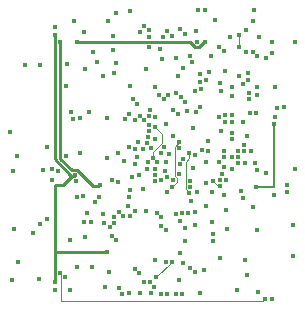
<source format=gbr>
G04 EAGLE Gerber RS-274X export*
G75*
%MOMM*%
%FSLAX34Y34*%
%LPD*%
%INCopper Layer 4*%
%IPPOS*%
%AMOC8*
5,1,8,0,0,1.08239X$1,22.5*%
G01*
%ADD10C,0.406400*%
%ADD11C,0.088900*%
%ADD12C,0.127000*%
%ADD13C,0.114300*%
%ADD14C,0.254000*%


D10*
X69342Y70104D03*
X223266Y209042D03*
X13208Y35814D03*
X230632Y159004D03*
X232609Y166751D03*
X212344Y239776D03*
X108331Y248793D03*
X38100Y72517D03*
X174592Y130128D03*
X183860Y158460D03*
X80137Y205613D03*
X92710Y105410D03*
X248335Y114560D03*
X71438Y77851D03*
X63500Y31750D03*
X76200Y31750D03*
X69850Y57150D03*
X9652Y64262D03*
X9398Y113030D03*
X6350Y146050D03*
X19050Y203200D03*
X31750Y203200D03*
X247650Y222250D03*
X107950Y185166D03*
X188976Y154686D03*
X189230Y79756D03*
X190754Y63754D03*
X178308Y59944D03*
X159512Y87630D03*
X171196Y28956D03*
X153162Y35052D03*
X216662Y10922D03*
X203962Y90678D03*
X186182Y110744D03*
X119634Y97790D03*
X245872Y67056D03*
X245872Y40894D03*
X213868Y119888D03*
X184404Y187960D03*
X96520Y204216D03*
X55118Y203454D03*
X139446Y231394D03*
X120142Y235712D03*
X207772Y189992D03*
X167386Y195326D03*
X228346Y213360D03*
X8128Y20574D03*
X98044Y103886D03*
X66294Y128778D03*
X58420Y163322D03*
X177800Y69850D03*
X178308Y53594D03*
X150368Y70612D03*
X172466Y83312D03*
X172212Y102616D03*
X86106Y69088D03*
X90678Y27940D03*
X149606Y21082D03*
X150368Y43688D03*
X215900Y63500D03*
X241046Y94996D03*
X238506Y167132D03*
X147320Y209042D03*
X188214Y214630D03*
X164338Y231902D03*
X179832Y241046D03*
X94742Y196088D03*
X54356Y185166D03*
X66294Y157734D03*
X102870Y121666D03*
X161798Y115316D03*
X163322Y78486D03*
X106426Y83312D03*
X68580Y91694D03*
X47244Y113030D03*
X73406Y162814D03*
X88646Y158242D03*
X70358Y199898D03*
X85344Y193802D03*
X76962Y214122D03*
X60706Y240030D03*
X89916Y240030D03*
X116840Y230632D03*
X167132Y167386D03*
X155194Y65024D03*
X112268Y119380D03*
X230124Y92964D03*
X149098Y193802D03*
X145034Y143002D03*
X144526Y165100D03*
X185166Y147066D03*
X30916Y21336D03*
X204724Y135382D03*
X31750Y68199D03*
X38100Y133350D03*
X123872Y141895D03*
X212084Y82550D03*
X202057Y96393D03*
X215900Y177800D03*
X215900Y184150D03*
X167640Y188468D03*
X114300Y169926D03*
X78740Y87122D03*
X96774Y54610D03*
D11*
X130556Y23114D02*
X143510Y36068D01*
D10*
X130556Y23114D03*
X143510Y36068D03*
X159004Y99314D03*
X169418Y131064D03*
X194564Y140208D03*
X123952Y147193D03*
X41910Y114554D03*
X194818Y145288D03*
X123952Y152273D03*
X34481Y114046D03*
X213614Y249428D03*
X215646Y210312D03*
X194818Y154940D03*
X138938Y152654D03*
X140716Y177800D03*
X135128Y207772D03*
X124714Y217932D03*
X124714Y226822D03*
X124714Y232410D03*
X166116Y249428D03*
X171473Y249405D03*
X26416Y60706D03*
X107950Y75438D03*
X107350Y9762D03*
X134620Y105556D03*
X134620Y73914D03*
X139350Y9000D03*
X134620Y66548D03*
X139700Y107950D03*
X139700Y95758D03*
X138430Y62992D03*
X138430Y36068D03*
D11*
X135128Y144780D02*
X129794Y150114D01*
X135128Y144780D02*
X135128Y136906D01*
X127508Y129286D01*
X127508Y124206D01*
D10*
X129794Y159004D03*
X129794Y150114D03*
X127508Y124206D03*
X125476Y19558D03*
X117094Y9652D03*
X102362Y74676D03*
X101854Y9398D03*
X125222Y165100D03*
X110998Y173990D03*
X74930Y70104D03*
X120396Y19558D03*
X128778Y14732D03*
X134112Y9398D03*
X123952Y159766D03*
X112776Y156210D03*
X107188Y133604D03*
X91186Y65532D03*
X98552Y14224D03*
X152400Y9144D03*
X184658Y105156D03*
X205875Y37711D03*
X214630Y99759D03*
X230378Y152654D03*
D12*
X230378Y99822D01*
X230315Y99759D01*
X214630Y99759D01*
D10*
X189738Y105156D03*
X198628Y12446D03*
X177800Y95250D03*
X163322Y27432D03*
X138938Y120396D03*
X147280Y9184D03*
X129540Y139954D03*
X122428Y136652D03*
X136652Y133350D03*
X125730Y132588D03*
X125730Y9652D03*
X118872Y132080D03*
X121920Y79248D03*
X129540Y115062D03*
X87122Y15240D03*
X122428Y114808D03*
X138176Y113030D03*
X129794Y38100D03*
X130810Y77724D03*
X129286Y109982D03*
X115570Y109982D03*
X116087Y26861D03*
X129540Y104902D03*
X112522Y30480D03*
X159258Y30988D03*
X112586Y79058D03*
X188214Y92710D03*
X187706Y124968D03*
X174752Y197358D03*
D11*
X183134Y100076D02*
X184658Y100076D01*
X183134Y100076D02*
X178562Y104648D01*
D10*
X184658Y100076D03*
X178562Y104648D03*
X172720Y190246D03*
X203890Y154940D03*
X199644Y120142D03*
X205994Y120142D03*
X208280Y196088D03*
X194564Y124968D03*
D11*
X200660Y217932D02*
X200660Y228600D01*
D10*
X200660Y228600D03*
X200660Y217932D03*
X200660Y193802D03*
X207010Y142748D03*
X199644Y125222D03*
X210566Y129794D03*
X208788Y179578D03*
X206756Y214122D03*
X199644Y130302D03*
X204978Y130048D03*
X194564Y184404D03*
X187706Y130048D03*
X176784Y210820D03*
X183896Y217932D03*
X192532Y226568D03*
X217678Y226568D03*
X147574Y179324D03*
X85598Y76962D03*
X94742Y69342D03*
X94996Y74422D03*
X109982Y107696D03*
X112268Y131826D03*
X116840Y159766D03*
X132588Y177546D03*
X93218Y58420D03*
X82296Y91186D03*
X103886Y157480D03*
X168402Y182626D03*
X159004Y104394D03*
X98552Y78232D03*
X107950Y97028D03*
X115316Y137668D03*
X120396Y155956D03*
X152400Y77216D03*
X150586Y118836D03*
X107188Y91186D03*
X140970Y127508D03*
X155194Y53848D03*
X164592Y95758D03*
X147320Y76962D03*
X148910Y161544D03*
X137160Y173990D03*
X150114Y132588D03*
X157480Y77216D03*
X163068Y67818D03*
X167350Y9762D03*
X184658Y39878D03*
X53086Y23368D03*
X194564Y114808D03*
X223749Y111570D03*
X228600Y4572D03*
X215900Y114300D03*
X222250Y4572D03*
D13*
X220790Y3112D01*
D10*
X49372Y26838D03*
D13*
X49467Y21869D02*
X49530Y21805D01*
X49467Y26744D02*
X49372Y26838D01*
X49467Y26744D02*
X49467Y21869D01*
X49530Y3112D02*
X220790Y3112D01*
X49530Y3112D02*
X49530Y21805D01*
D10*
X150370Y233520D03*
D11*
X157988Y95250D02*
X157988Y94234D01*
X157988Y95250D02*
X155448Y97790D01*
X155448Y121158D01*
X158496Y124206D01*
X158496Y128270D01*
D10*
X157988Y94234D03*
X158496Y128270D03*
X156210Y163830D03*
X151384Y175768D03*
X152908Y200152D03*
X158750Y210566D03*
X144780Y105410D03*
X135890Y226822D03*
X129032Y184404D03*
X107696Y161290D03*
X114300Y124714D03*
X123698Y120396D03*
X131064Y120396D03*
D11*
X143510Y99568D02*
X144018Y99568D01*
X148336Y103886D01*
X148336Y107188D01*
X146304Y109220D01*
X146304Y133858D01*
X150114Y137668D01*
D10*
X143510Y99568D03*
X150114Y137668D03*
X155194Y228854D03*
X149860Y110744D03*
X154940Y171958D03*
X164084Y162814D03*
X163576Y126746D03*
X59690Y157226D03*
X133350Y216248D03*
X122054Y199524D03*
D14*
X51695Y101600D02*
X44450Y101600D01*
X51695Y101600D02*
X58807Y108712D01*
D10*
X88900Y44450D03*
D14*
X44450Y44450D02*
X44450Y101600D01*
X44450Y44450D02*
X44450Y19050D01*
D10*
X57150Y12700D03*
D14*
X58807Y108712D02*
X58359Y109159D01*
X44450Y123069D01*
X44450Y228600D01*
D10*
X165180Y222330D03*
X44450Y19050D03*
X44450Y228600D03*
D14*
X44450Y44450D02*
X88900Y44450D01*
X61153Y109159D02*
X58359Y109159D01*
X61153Y109159D02*
X61468Y109474D01*
D10*
X61468Y109474D03*
X96012Y246888D03*
X94107Y215900D03*
X94234Y227114D03*
X41982Y105592D03*
X69342Y231140D03*
X62738Y104394D03*
X63164Y90850D03*
X63500Y222250D03*
D14*
X49022Y221996D02*
X49022Y123526D01*
D10*
X171450Y222250D03*
D14*
X159154Y222250D02*
X63500Y222250D01*
D10*
X228791Y222250D03*
D14*
X166969Y218012D02*
X163392Y218012D01*
X171207Y222250D02*
X171450Y222250D01*
X163392Y218012D02*
X159154Y222250D01*
X166969Y218012D02*
X171207Y222250D01*
D10*
X49022Y221996D03*
D14*
X58756Y113792D02*
X63257Y113792D01*
X76599Y100450D01*
X58756Y113792D02*
X49022Y123526D01*
X76599Y100450D02*
X81400Y100450D01*
X82550Y101600D01*
D10*
X82550Y101600D03*
X241391Y101509D03*
X44718Y234950D03*
X214630Y162433D03*
X211958Y214243D03*
X194564Y160274D03*
X194564Y177038D03*
X143764Y227330D03*
X203708Y186436D03*
X209550Y162433D03*
X188722Y160782D03*
X188722Y197612D03*
X187706Y116840D03*
X206248Y232156D03*
X57658Y55118D03*
X44450Y12700D03*
X207700Y25400D03*
X231140Y184150D03*
X54102Y125476D03*
X88773Y123825D03*
X12954Y126238D03*
X97663Y128270D03*
X161290Y149446D03*
X172974Y120396D03*
X160528Y205486D03*
X173958Y138430D03*
X152908Y123698D03*
X183896Y120396D03*
X134620Y128270D03*
X209042Y174244D03*
X184912Y180848D03*
X163322Y180848D03*
M02*

</source>
